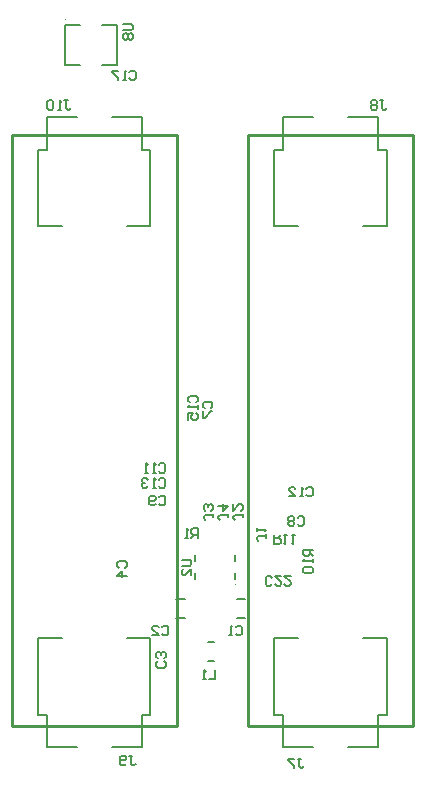
<source format=gbo>
G04*
G04 #@! TF.GenerationSoftware,Altium Limited,Altium Designer,18.1.7 (191)*
G04*
G04 Layer_Color=32896*
%FSLAX25Y25*%
%MOIN*%
G70*
G01*
G75*
%ADD10C,0.00394*%
%ADD11C,0.00984*%
%ADD12C,0.00787*%
%ADD13C,0.00600*%
D10*
X29724Y268110D02*
G03*
X29724Y268110I-197J0D01*
G01*
X86630Y79992D02*
G03*
X86630Y79992I-197J0D01*
G01*
D11*
X90551Y32702D02*
Y229552D01*
X145669Y32702D02*
Y229552D01*
X90551D02*
X145669D01*
X90551Y32702D02*
X145669D01*
X11811D02*
X66929D01*
X11811Y229552D02*
X66929D01*
Y32702D02*
Y229552D01*
X11811Y32702D02*
Y229552D01*
D12*
X46850Y253150D02*
Y266535D01*
X29528Y253150D02*
Y266535D01*
X41929Y253150D02*
X46850D01*
X29528D02*
X34449D01*
X41929Y266535D02*
X46850D01*
X29528D02*
X34449D01*
X86433Y81567D02*
Y83575D01*
Y87827D02*
Y89835D01*
X73047Y81567D02*
Y83575D01*
Y87827D02*
Y89835D01*
X86811Y74902D02*
X89567D01*
X86811Y68602D02*
X89567D01*
X77165Y54390D02*
X79134D01*
X77165Y60768D02*
X79134D01*
X66732Y68602D02*
X69488D01*
X66732Y74902D02*
X69488D01*
X51051Y250655D02*
X51575Y251180D01*
X52625D01*
X53150Y250655D01*
Y248556D01*
X52625Y248031D01*
X51575D01*
X51051Y248556D01*
X50001Y248031D02*
X48952D01*
X49476D01*
Y251180D01*
X50001Y250655D01*
X47377Y251180D02*
X45278D01*
Y250655D01*
X47377Y248556D01*
Y248031D01*
X68505Y88189D02*
X71129D01*
X71653Y87664D01*
Y86615D01*
X71129Y86090D01*
X68505D01*
X71653Y82941D02*
Y85040D01*
X69555Y82941D01*
X69030D01*
X68505Y83466D01*
Y84516D01*
X69030Y85040D01*
X61877Y65616D02*
X62402Y66141D01*
X63452D01*
X63976Y65616D01*
Y63517D01*
X63452Y62992D01*
X62402D01*
X61877Y63517D01*
X58729Y62992D02*
X60828D01*
X58729Y65091D01*
Y65616D01*
X59254Y66141D01*
X60303D01*
X60828Y65616D01*
X96653Y96587D02*
Y95538D01*
Y96062D01*
X94029D01*
X93504Y95538D01*
Y95013D01*
X94029Y94488D01*
X93504Y97637D02*
Y98686D01*
Y98162D01*
X96653D01*
X96128Y97637D01*
X49017Y266732D02*
X51641D01*
X52165Y266208D01*
Y265158D01*
X51641Y264633D01*
X49017D01*
X49542Y263584D02*
X49017Y263059D01*
Y262009D01*
X49542Y261485D01*
X50066D01*
X50591Y262009D01*
X51116Y261485D01*
X51641D01*
X52165Y262009D01*
Y263059D01*
X51641Y263584D01*
X51116D01*
X50591Y263059D01*
X50066Y263584D01*
X49542D01*
X50591Y263059D02*
Y262009D01*
X99410Y96457D02*
Y93308D01*
X100984D01*
X101508Y93833D01*
Y94882D01*
X100984Y95407D01*
X99410D01*
X100459D02*
X101508Y96457D01*
X102558D02*
X103608D01*
X103083D01*
Y93308D01*
X102558Y93833D01*
X105182Y96457D02*
X106231D01*
X105707D01*
Y93308D01*
X105182Y93833D01*
X112205Y91535D02*
X109056D01*
Y89961D01*
X109581Y89436D01*
X110630D01*
X111155Y89961D01*
Y91535D01*
Y90486D02*
X112205Y89436D01*
Y88387D02*
Y87337D01*
Y87862D01*
X109056D01*
X109581Y88387D01*
Y85763D02*
X109056Y85238D01*
Y84189D01*
X109581Y83664D01*
X111680D01*
X112205Y84189D01*
Y85238D01*
X111680Y85763D01*
X109581D01*
X73819Y95472D02*
Y98621D01*
X72245D01*
X71720Y98096D01*
Y97047D01*
X72245Y96522D01*
X73819D01*
X72769D02*
X71720Y95472D01*
X70670D02*
X69621D01*
X70146D01*
Y98621D01*
X70670Y98096D01*
X79724Y51377D02*
Y48228D01*
X77625D01*
X76576D02*
X75526D01*
X76051D01*
Y51377D01*
X76576Y50852D01*
X29397Y241338D02*
X30446D01*
X29922D01*
Y238714D01*
X30446Y238189D01*
X30971D01*
X31496Y238714D01*
X28348Y238189D02*
X27298D01*
X27823D01*
Y241338D01*
X28348Y240813D01*
X25724D02*
X25199Y241338D01*
X24149D01*
X23625Y240813D01*
Y238714D01*
X24149Y238189D01*
X25199D01*
X25724Y238714D01*
Y240813D01*
X51051Y22834D02*
X52100D01*
X51575D01*
Y20210D01*
X52100Y19685D01*
X52625D01*
X53150Y20210D01*
X50001D02*
X49476Y19685D01*
X48427D01*
X47902Y20210D01*
Y22309D01*
X48427Y22834D01*
X49476D01*
X50001Y22309D01*
Y21784D01*
X49476Y21259D01*
X47902D01*
X134712Y241338D02*
X135761D01*
X135237D01*
Y238714D01*
X135761Y238189D01*
X136286D01*
X136811Y238714D01*
X133662Y240813D02*
X133138Y241338D01*
X132088D01*
X131563Y240813D01*
Y240288D01*
X132088Y239763D01*
X131563Y239239D01*
Y238714D01*
X132088Y238189D01*
X133138D01*
X133662Y238714D01*
Y239239D01*
X133138Y239763D01*
X133662Y240288D01*
Y240813D01*
X133138Y239763D02*
X132088D01*
X107153Y21849D02*
X108202D01*
X107678D01*
Y19226D01*
X108202Y18701D01*
X108727D01*
X109252Y19226D01*
X106103Y21849D02*
X104004D01*
Y21325D01*
X106103Y19226D01*
Y18701D01*
X83857Y103477D02*
Y102427D01*
Y102952D01*
X81233D01*
X80709Y102427D01*
Y101903D01*
X81233Y101378D01*
X80709Y106101D02*
X83857D01*
X82283Y104526D01*
Y106626D01*
X78936Y103477D02*
Y102427D01*
Y102952D01*
X76312D01*
X75787Y102427D01*
Y101903D01*
X76312Y101378D01*
X78411Y104526D02*
X78936Y105051D01*
Y106101D01*
X78411Y106626D01*
X77886D01*
X77362Y106101D01*
Y105576D01*
Y106101D01*
X76837Y106626D01*
X76312D01*
X75787Y106101D01*
Y105051D01*
X76312Y104526D01*
X88779Y103477D02*
Y102427D01*
Y102952D01*
X86155D01*
X85630Y102427D01*
Y101903D01*
X86155Y101378D01*
X85630Y106626D02*
Y104526D01*
X87729Y106626D01*
X88254D01*
X88779Y106101D01*
Y105051D01*
X88254Y104526D01*
X98556Y80053D02*
X98031Y79529D01*
X96982D01*
X96457Y80053D01*
Y82152D01*
X96982Y82677D01*
X98031D01*
X98556Y82152D01*
X101704Y82677D02*
X99605D01*
X101704Y80578D01*
Y80053D01*
X101180Y79529D01*
X100130D01*
X99605Y80053D01*
X104853Y82677D02*
X102754D01*
X104853Y80578D01*
Y80053D01*
X104328Y79529D01*
X103279D01*
X102754Y80053D01*
X71195Y140618D02*
X70670Y141142D01*
Y142192D01*
X71195Y142717D01*
X73294D01*
X73819Y142192D01*
Y141142D01*
X73294Y140618D01*
X73819Y139568D02*
Y138518D01*
Y139043D01*
X70670D01*
X71195Y139568D01*
X70670Y134845D02*
Y136944D01*
X72245D01*
X71720Y135895D01*
Y135370D01*
X72245Y134845D01*
X73294D01*
X73819Y135370D01*
Y136419D01*
X73294Y136944D01*
X60893Y114829D02*
X61418Y115353D01*
X62467D01*
X62992Y114829D01*
Y112730D01*
X62467Y112205D01*
X61418D01*
X60893Y112730D01*
X59844Y112205D02*
X58794D01*
X59319D01*
Y115353D01*
X59844Y114829D01*
X57220D02*
X56695Y115353D01*
X55645D01*
X55121Y114829D01*
Y114304D01*
X55645Y113779D01*
X56170D01*
X55645D01*
X55121Y113254D01*
Y112730D01*
X55645Y112205D01*
X56695D01*
X57220Y112730D01*
X110106Y111876D02*
X110630Y112401D01*
X111680D01*
X112205Y111876D01*
Y109777D01*
X111680Y109252D01*
X110630D01*
X110106Y109777D01*
X109056Y109252D02*
X108007D01*
X108531D01*
Y112401D01*
X109056Y111876D01*
X104333Y109252D02*
X106432D01*
X104333Y111351D01*
Y111876D01*
X104858Y112401D01*
X105907D01*
X106432Y111876D01*
X60893Y119750D02*
X61418Y120275D01*
X62467D01*
X62992Y119750D01*
Y117651D01*
X62467Y117126D01*
X61418D01*
X60893Y117651D01*
X59844Y117126D02*
X58794D01*
X59319D01*
Y120275D01*
X59844Y119750D01*
X57220Y117126D02*
X56170D01*
X56695D01*
Y120275D01*
X57220Y119750D01*
X60893Y108923D02*
X61418Y109448D01*
X62467D01*
X62992Y108923D01*
Y106824D01*
X62467Y106299D01*
X61418D01*
X60893Y106824D01*
X59844D02*
X59319Y106299D01*
X58269D01*
X57744Y106824D01*
Y108923D01*
X58269Y109448D01*
X59319D01*
X59844Y108923D01*
Y108398D01*
X59319Y107873D01*
X57744D01*
X107153Y102033D02*
X107678Y102558D01*
X108727D01*
X109252Y102033D01*
Y99934D01*
X108727Y99410D01*
X107678D01*
X107153Y99934D01*
X106103Y102033D02*
X105579Y102558D01*
X104529D01*
X104004Y102033D01*
Y101508D01*
X104529Y100984D01*
X104004Y100459D01*
Y99934D01*
X104529Y99410D01*
X105579D01*
X106103Y99934D01*
Y100459D01*
X105579Y100984D01*
X106103Y101508D01*
Y102033D01*
X105579Y100984D02*
X104529D01*
X76116Y138649D02*
X75592Y139174D01*
Y140223D01*
X76116Y140748D01*
X78215D01*
X78740Y140223D01*
Y139174D01*
X78215Y138649D01*
X75592Y137599D02*
Y135500D01*
X76116D01*
X78215Y137599D01*
X78740D01*
X47573Y85499D02*
X47048Y86024D01*
Y87074D01*
X47573Y87598D01*
X49672D01*
X50197Y87074D01*
Y86024D01*
X49672Y85499D01*
X50197Y82876D02*
X47048D01*
X48623Y84450D01*
Y82351D01*
X62663Y54264D02*
X63188Y53740D01*
Y52690D01*
X62663Y52165D01*
X60564D01*
X60039Y52690D01*
Y53740D01*
X60564Y54264D01*
X62663Y55314D02*
X63188Y55839D01*
Y56888D01*
X62663Y57413D01*
X62138D01*
X61614Y56888D01*
Y56363D01*
Y56888D01*
X61089Y57413D01*
X60564D01*
X60039Y56888D01*
Y55839D01*
X60564Y55314D01*
X86484Y65616D02*
X87008Y66141D01*
X88058D01*
X88583Y65616D01*
Y63517D01*
X88058Y62992D01*
X87008D01*
X86484Y63517D01*
X85434Y62992D02*
X84385D01*
X84909D01*
Y66141D01*
X85434Y65616D01*
D13*
X136811Y199252D02*
Y224843D01*
X124016Y235669D02*
X133858D01*
Y224843D02*
Y235669D01*
Y224843D02*
X136811D01*
X128937Y199252D02*
X136811D01*
X99410D02*
X107283D01*
X99410Y224843D02*
X102362D01*
Y235669D01*
X112205D01*
X99410Y199252D02*
Y224843D01*
X58071Y199252D02*
Y224843D01*
X45276Y235669D02*
X55118D01*
Y224843D02*
Y235669D01*
Y224843D02*
X58071D01*
X50197Y199252D02*
X58071D01*
X20669D02*
X28543D01*
X20669Y224843D02*
X23622D01*
Y235669D01*
X33465D01*
X20669Y199252D02*
Y224843D01*
X99410Y36417D02*
Y62008D01*
X102362Y25591D02*
X112205D01*
X102362D02*
Y36417D01*
X99410D02*
X102362D01*
X99410Y62008D02*
X107283D01*
X128937D02*
X136811D01*
X133858Y36417D02*
X136811D01*
X133858Y25591D02*
Y36417D01*
X124016Y25591D02*
X133858D01*
X136811Y36417D02*
Y62008D01*
X20669Y36417D02*
Y62008D01*
X23622Y25591D02*
X33465D01*
X23622D02*
Y36417D01*
X20669D02*
X23622D01*
X20669Y62008D02*
X28543D01*
X50197D02*
X58071D01*
X55118Y36417D02*
X58071D01*
X55118Y25591D02*
Y36417D01*
X45276Y25591D02*
X55118D01*
X58071Y36417D02*
Y62008D01*
M02*

</source>
